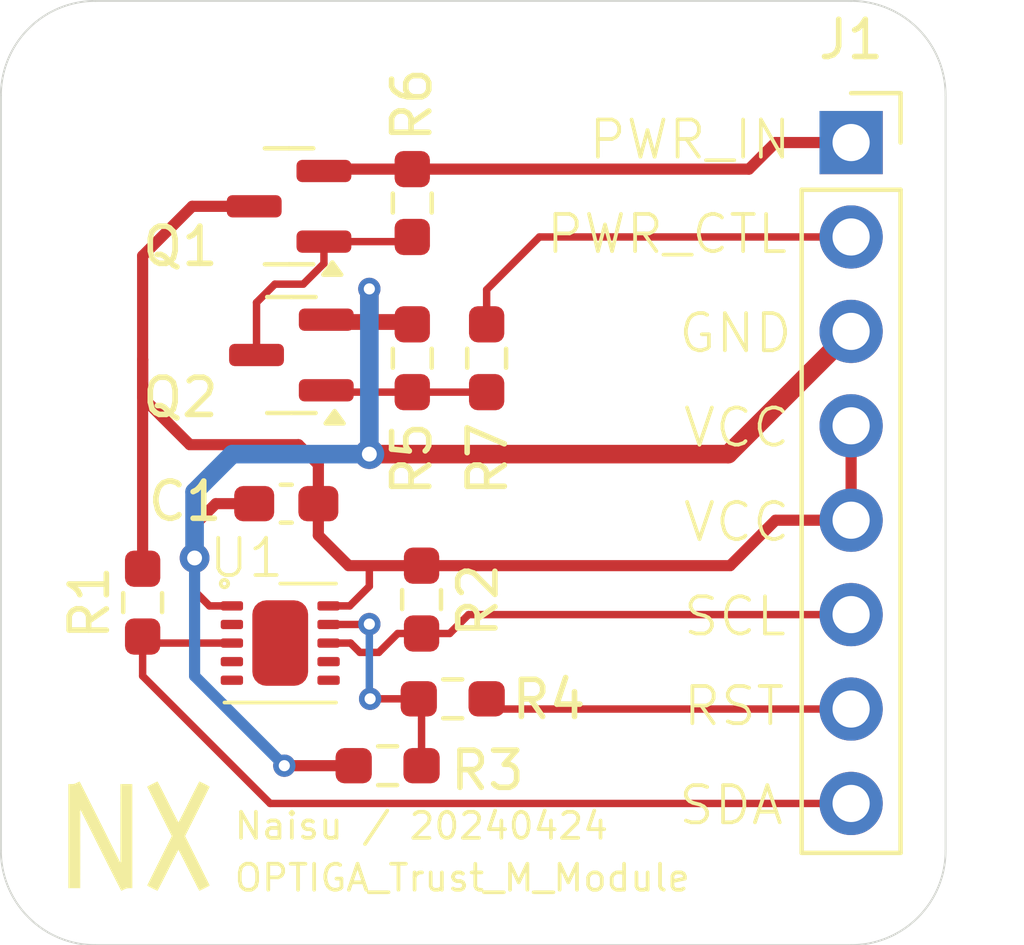
<source format=kicad_pcb>
(kicad_pcb (version 20240108) (generator "pcbnew") (generator_version "8.0")
  (layers (0 "F.Cu" signal) (31 "B.Cu" signal) (34 "B.Paste" user) (35 "F.Paste" user) (36 "B.SilkS" user "B.Silkscreen") (37 "F.SilkS" user "F.Silkscreen") (38 "B.Mask" user) (39 "F.Mask" user) (44 "Edge.Cuts" user))
  (net 0 "")
  (net 1 "GND")
  (net 2 "VCC")
  (net 3 "/PWR_IN")
  (net 4 "/PWR_CTL")
  (net 5 "/RST")
  (net 6 "/SCL")
  (net 7 "/SDA")
  (net 8 "Net-(Q1-G)")
  (net 9 "Net-(Q2-G)")
  (net 10 "Net-(U1-RST)")
  (footprint "0_ungrouped:USON-10-1EP_3x3mm_P0.5mm_EP1.5x2.3mm" (layer "F.Cu") (at 137.05 97.285)
    (property "Reference" "U1" (at -0.906 -2.289 0) (layer "F.SilkS") (effects (font (thickness 0.1))))
    (property "Value" "SLS32AIA")
    (fp_line (start 0 -1.6) (end 1.5 -1.6) (stroke (width 0.1)) (layer "F.SilkS"))
    (fp_line (start 1.5 1.6) (end -1.5 1.6) (stroke (width 0.1)) (layer "F.SilkS"))
    (fp_circle (center -1.5 -1.6) (end -1.5 -1.5) (stroke (width 0.1)) (fill none) (layer "F.SilkS"))
    (pad "1" smd roundrect (at -1.3 -1) (size 0.6 0.25) (layers "F.Cu" "F.Paste" "F.Mask") (net 1 "GND"))
    (pad "2" smd roundrect (at -1.3 -0.5) (size 0.6 0.25) (layers "F.Cu" "F.Paste" "F.Mask"))
    (pad "3" smd roundrect (at -1.3 0) (size 0.6 0.25) (layers "F.Cu" "F.Paste" "F.Mask") (net 7 "/SDA"))
    (pad "4" smd roundrect (at -1.3 0.5) (size 0.6 0.25) (layers "F.Cu" "F.Paste" "F.Mask"))
    (pad "5" smd roundrect (at -1.3 1) (size 0.6 0.25) (layers "F.Cu" "F.Paste" "F.Mask"))
    (pad "6" smd roundrect (at 1.3 1) (size 0.6 0.25) (layers "F.Cu" "F.Paste" "F.Mask"))
    (pad "7" smd roundrect (at 1.3 0.5) (size 0.6 0.25) (layers "F.Cu" "F.Paste" "F.Mask"))
    (pad "8" smd roundrect (at 1.3 0) (size 0.6 0.25) (layers "F.Cu" "F.Paste" "F.Mask") (net 6 "/SCL"))
    (pad "9" smd roundrect (at 1.3 -0.5) (size 0.6 0.25) (layers "F.Cu" "F.Paste" "F.Mask") (net 10 "Net-(U1-RST)"))
    (pad "10" smd roundrect (at 1.3 -1) (size 0.6 0.25) (layers "F.Cu" "F.Paste" "F.Mask") (net 2 "VCC"))
    (pad "11" smd roundrect (at 0 0) (size 1.5 2.3) (layers "F.Cu" "F.Paste" "F.Mask"))
  )
  (footprint "Resistor_SMD:R_0603_1608Metric_Pad0.98x0.95mm_HandSolder" (layer "F.Cu") (at 140.85 96.1155 90)
    (property "Reference" "R2" (at -0.0235 1.517 -90) (layer "F.SilkS"))
    (property "Value" "10K")
    (fp_line (start -0.254724 -0.5225) (end 0.254724 -0.5225) (stroke (width 0.12)) (layer "F.SilkS"))
    (fp_line (start -0.254724 0.5225) (end 0.254724 0.5225) (stroke (width 0.12)) (layer "F.SilkS"))
    (pad "1" smd roundrect (at -0.9125 0 90) (size 0.975 0.95) (layers "F.Cu" "F.Paste" "F.Mask") (net 6 "/SCL"))
    (pad "2" smd roundrect (at 0.9125 0 90) (size 0.975 0.95) (layers "F.Cu" "F.Paste" "F.Mask") (net 2 "VCC"))
  )
  (footprint "Resistor_SMD:R_0603_1608Metric_Pad0.98x0.95mm_HandSolder" (layer "F.Cu") (at 142.6 89.6225 90)
    (property "Reference" "R7" (at -2.7065 0.021 -90) (layer "F.SilkS"))
    (property "Value" "100R")
    (fp_line (start -0.254724 -0.5225) (end 0.254724 -0.5225) (stroke (width 0.12)) (layer "F.SilkS"))
    (fp_line (start -0.254724 0.5225) (end 0.254724 0.5225) (stroke (width 0.12)) (layer "F.SilkS"))
    (pad "1" smd roundrect (at -0.9125 0 90) (size 0.975 0.95) (layers "F.Cu" "F.Paste" "F.Mask") (net 9 "Net-(Q2-G)"))
    (pad "2" smd roundrect (at 0.9125 0 90) (size 0.975 0.95) (layers "F.Cu" "F.Paste" "F.Mask") (net 4 "/PWR_CTL"))
  )
  (footprint "Resistor_SMD:R_0603_1608Metric_Pad0.98x0.95mm_HandSolder" (layer "F.Cu") (at 140.6 89.6225 90)
    (property "Reference" "R5" (at -2.7065 -0.011 -90) (layer "F.SilkS"))
    (property "Value" "10K")
    (fp_line (start -0.254724 -0.5225) (end 0.254724 -0.5225) (stroke (width 0.12)) (layer "F.SilkS"))
    (fp_line (start -0.254724 0.5225) (end 0.254724 0.5225) (stroke (width 0.12)) (layer "F.SilkS"))
    (pad "1" smd roundrect (at -0.9125 0 90) (size 0.975 0.95) (layers "F.Cu" "F.Paste" "F.Mask") (net 9 "Net-(Q2-G)"))
    (pad "2" smd roundrect (at 0.9125 0 90) (size 0.975 0.95) (layers "F.Cu" "F.Paste" "F.Mask") (net 1 "GND"))
  )
  (footprint "Package_TO_SOT_SMD:SOT-23" (layer "F.Cu") (at 137.2875 85.535 180)
    (property "Reference" "Q1" (at 2.9215 -1.079 180) (layer "F.SilkS"))
    (property "Value" "PMOS")
    (fp_line (start 0 1.56) (end 0.65 1.56) (stroke (width 0.12)) (layer "F.SilkS"))
    (fp_line (start 0 1.56) (end -0.65 1.56) (stroke (width 0.12)) (layer "F.SilkS"))
    (fp_line (start 0 -1.56) (end 0.65 -1.56) (stroke (width 0.12)) (layer "F.SilkS"))
    (fp_line (start 0 -1.56) (end -0.65 -1.56) (stroke (width 0.12)) (layer "F.SilkS"))
    (fp_poly (pts (xy -1.1625 -1.51) (xy -1.4025 -1.84) (xy -0.9225 -1.84) (xy -1.1625 -1.51)) (stroke (width 0.12)) (fill solid) (layer "F.SilkS"))
    (pad "1" smd roundrect (at -0.9375 -0.95 180) (size 1.475 0.6) (layers "F.Cu" "F.Paste" "F.Mask") (net 8 "Net-(Q1-G)"))
    (pad "2" smd roundrect (at -0.9375 0.95 180) (size 1.475 0.6) (layers "F.Cu" "F.Paste" "F.Mask") (net 3 "/PWR_IN"))
    (pad "3" smd roundrect (at 0.9375 0 180) (size 1.475 0.6) (layers "F.Cu" "F.Paste" "F.Mask") (net 2 "VCC"))
  )
  (footprint "Resistor_SMD:R_0603_1608Metric_Pad0.98x0.95mm_HandSolder" (layer "F.Cu") (at 140.6 85.4475 90)
    (property "Reference" "R6" (at 2.6435 -0.011 -90) (layer "F.SilkS"))
    (property "Value" "10K")
    (fp_line (start -0.254724 -0.5225) (end 0.254724 -0.5225) (stroke (width 0.12)) (layer "F.SilkS"))
    (fp_line (start -0.254724 0.5225) (end 0.254724 0.5225) (stroke (width 0.12)) (layer "F.SilkS"))
    (pad "1" smd roundrect (at -0.9125 0 90) (size 0.975 0.95) (layers "F.Cu" "F.Paste" "F.Mask") (net 8 "Net-(Q1-G)"))
    (pad "2" smd roundrect (at 0.9125 0 90) (size 0.975 0.95) (layers "F.Cu" "F.Paste" "F.Mask") (net 3 "/PWR_IN"))
  )
  (footprint "Capacitor_SMD:C_0603_1608Metric_Pad1.08x0.95mm_HandSolder" (layer "F.Cu") (at 137.2125 93.535)
    (property "Reference" "C1" (at -2.7195 -0.063 0) (layer "F.SilkS"))
    (property "Value" "100nF")
    (fp_line (start -0.146267 -0.51) (end 0.146267 -0.51) (stroke (width 0.12)) (layer "F.SilkS"))
    (fp_line (start -0.146267 0.51) (end 0.146267 0.51) (stroke (width 0.12)) (layer "F.SilkS"))
    (pad "1" smd roundrect (at -0.8625 0) (size 1.075 0.95) (layers "F.Cu" "F.Paste" "F.Mask") (net 1 "GND"))
    (pad "2" smd roundrect (at 0.8625 0) (size 1.075 0.95) (layers "F.Cu" "F.Paste" "F.Mask") (net 2 "VCC"))
  )
  (footprint "Connector_PinSocket_2.54mm:PinSocket_1x08_P2.54mm_Vertical" (layer "F.Cu") (at 152.4 83.82)
    (property "Reference" "J1" (at 0 -2.77 0) (layer "F.SilkS"))
    (property "Value" "Conn_01x08")
    (fp_line (start -1.33 1.27) (end -1.33 19.11) (stroke (width 0.12)) (layer "F.SilkS"))
    (fp_line (start -1.33 1.27) (end 1.33 1.27) (stroke (width 0.12)) (layer "F.SilkS"))
    (fp_line (start -1.33 19.11) (end 1.33 19.11) (stroke (width 0.12)) (layer "F.SilkS"))
    (fp_line (start 0 -1.33) (end 1.33 -1.33) (stroke (width 0.12)) (layer "F.SilkS"))
    (fp_line (start 1.33 -1.33) (end 1.33 0) (stroke (width 0.12)) (layer "F.SilkS"))
    (fp_line (start 1.33 1.27) (end 1.33 19.11) (stroke (width 0.12)) (layer "F.SilkS"))
    (pad "1" thru_hole rect (at 0 0) (size 1.7 1.7) (drill 1) (layers "*.Cu" "*.Mask") (net 3 "/PWR_IN"))
    (pad "2" thru_hole oval (at 0 2.54) (size 1.7 1.7) (drill 1) (layers "*.Cu" "*.Mask") (net 4 "/PWR_CTL"))
    (pad "3" thru_hole oval (at 0 5.08) (size 1.7 1.7) (drill 1) (layers "*.Cu" "*.Mask") (net 1 "GND"))
    (pad "4" thru_hole oval (at 0 7.62) (size 1.7 1.7) (drill 1) (layers "*.Cu" "*.Mask") (net 2 "VCC"))
    (pad "5" thru_hole oval (at 0 10.16) (size 1.7 1.7) (drill 1) (layers "*.Cu" "*.Mask") (net 2 "VCC"))
    (pad "6" thru_hole oval (at 0 12.7) (size 1.7 1.7) (drill 1) (layers "*.Cu" "*.Mask") (net 6 "/SCL"))
    (pad "7" thru_hole oval (at 0 15.24) (size 1.7 1.7) (drill 1) (layers "*.Cu" "*.Mask") (net 5 "/RST"))
    (pad "8" thru_hole oval (at 0 17.78) (size 1.7 1.7) (drill 1) (layers "*.Cu" "*.Mask") (net 7 "/SDA"))
  )
  (footprint "Resistor_SMD:R_0603_1608Metric_Pad0.98x0.95mm_HandSolder" (layer "F.Cu") (at 133.35 96.1975 90)
    (property "Reference" "R1" (at 0 -1.43 -90) (layer "F.SilkS"))
    (property "Value" "10K")
    (fp_line (start -0.254724 -0.5225) (end 0.254724 -0.5225) (stroke (width 0.12)) (layer "F.SilkS"))
    (fp_line (start -0.254724 0.5225) (end 0.254724 0.5225) (stroke (width 0.12)) (layer "F.SilkS"))
    (pad "1" smd roundrect (at -0.9125 0 90) (size 0.975 0.95) (layers "F.Cu" "F.Paste" "F.Mask") (net 7 "/SDA"))
    (pad "2" smd roundrect (at 0.9125 0 90) (size 0.975 0.95) (layers "F.Cu" "F.Paste" "F.Mask") (net 2 "VCC"))
  )
  (footprint "0_ungrouped:logo-nx_4.0x3.0mm" (layer "F.Cu") (at 133.223 102.489)
    (property "Reference" "G***" (hide yes))
    (property "Value" "LOGO" (hide yes))
    (fp_poly (pts (xy -1.565071 -1.478724) (xy -1.560318 -1.469554) (xy -1.547163 -1.443579) (xy -1.526153 -1.401889) (xy -1.497834 -1.345573) (xy -1.462753 -1.275719) (xy -1.421455 -1.193417) (xy -1.374487 -1.099756) (xy -1.322395 -0.995826) (xy -1.265724 -0.882716) (xy -1.205023 -0.761514) (xy -1.140836 -0.633309) (xy -1.07371 -0.499192) (xy -1.016647 -0.385151) (xy -0.471103 0.705278) (xy -0.470552 -0.352639) (xy -0.47 -1.410555) (xy -0.15 -1.410555) (xy -0.15 1.390548) (xy -0.22525 1.390548) (xy -0.268017 1.391758) (xy -0.300973 1.396881) (xy -0.333369 1.408153) (xy -0.37 1.425562) (xy -0.403912 1.442174) (xy -0.430901 1.454521) (xy -0.446057 1.460378) (xy -0.447272 1.460575) (xy -0.452644 1.451805) (xy -0.466397 1.426216) (xy -0.487978 1.384894) (xy -0.516839 1.328924) (xy -0.552429 1.259389) (xy -0.594196 1.177374) (xy -0.641592 1.083964) (xy -0.694065 0.980243) (xy -0.751065 0.867296) (xy -0.812041 0.746208) (xy -0.876444 0.618062) (xy -0.943722 0.483944) (xy -1.001964 0.367645) (xy -1.548884 -0.725285) (xy -1.549442 0.332631) (xy -1.55 1.390548) (xy -1.87 1.390548) (xy -1.87 -1.410555) (xy -1.789751 -1.410555) (xy -1.745868 -1.411545) (xy -1.713002 -1.415923) (xy -1.682212 -1.425801) (xy -1.644554 -1.443288) (xy -1.638726 -1.446211) (xy -1.605332 -1.462499) (xy -1.579632 -1.474025) (xy -1.56607 -1.478827)) (fill solid) (layer "F.SilkS"))
    (fp_poly (pts (xy 1.664922 -1.476286) (xy 1.690768 -1.464673) (xy 1.726133 -1.447661) (xy 1.767277 -1.427169) (xy 1.810463 -1.405112) (xy 1.851951 -1.38341) (xy 1.888005 -1.363978) (xy 1.914884 -1.348735) (xy 1.928852 -1.339598) (xy 1.93 -1.338168) (xy 1.925634 -1.328186) (xy 1.913005 -1.301733) (xy 1.89281 -1.260225) (xy 1.86575 -1.205076) (xy 1.832523 -1.137703) (xy 1.793829 -1.059519) (xy 1.750367 -0.971941) (xy 1.702835 -0.876383) (xy 1.651935 -0.774261) (xy 1.599985 -0.670234) (xy 1.26997 -0.010004) (xy 1.599985 0.650226) (xy 1.653487 0.757365) (xy 1.704297 0.859312) (xy 1.751718 0.954654) (xy 1.795049 1.041973) (xy 1.833591 1.119857) (xy 1.866645 1.186888) (xy 1.893512 1.241652) (xy 1.913492 1.282735) (xy 1.925886 1.308719) (xy 1.93 1.318161) (xy 1.921621 1.324618) (xy 1.898979 1.337875) (xy 1.865812 1.356013) (xy 1.825857 1.377116) (xy 1.782854 1.399265) (xy 1.74054 1.420545) (xy 1.702654 1.439036) (xy 1.672934 1.452823) (xy 1.655119 1.459987) (xy 1.652332 1.460575) (xy 1.646659 1.451871) (xy 1.632875 1.426778) (xy 1.611764 1.386827) (xy 1.584112 1.33355) (xy 1.550705 1.268476) (xy 1.512328 1.193136) (xy 1.469766 1.109061) (xy 1.423805 1.017782) (xy 1.375231 0.920828) (xy 1.37 0.910359) (xy 1.321241 0.812915) (xy 1.275083 0.720982) (xy 1.232302 0.63609) (xy 1.193678 0.559767) (xy 1.159988 0.493543) (xy 1.132012 0.43895) (xy 1.110528 0.397516) (xy 1.096315 0.37077) (xy 1.09015 0.360244) (xy 1.09 0.360142) (xy 1.084742 0.368843) (xy 1.071352 0.393927) (xy 1.050608 0.433864) (xy 1.023289 0.487123) (xy 0.990173 0.552176) (xy 0.95204 0.627491) (xy 0.909666 0.711541) (xy 0.863832 0.802794) (xy 0.815314 0.899721) (xy 0.81 0.910359) (xy 0.761149 1.007822) (xy 0.714753 1.099753) (xy 0.671604 1.184624) (xy 0.632496 1.260904) (xy 0.598221 1.327064) (xy 0.569572 1.381575) (xy 0.547342 1.422906) (xy 0.532324 1.449528) (xy 0.52531 1.459912) (xy 0.525072 1.459998) (xy 0.512998 1.455497) (xy 0.486528 1.443497) (xy 0.449073 1.425609) (xy 0.404044 1.403444) (xy 0.3825 1.392645) (xy 0.336039 1.368739) (xy 0.296697 1.347558) (xy 0.267601 1.33086) (xy 0.251879 1.320404) (xy 0.25 1.318163) (xy 0.254365 1.308181) (xy 0.266994 1.281728) (xy 0.287189 1.240219) (xy 0.314249 1.18507) (xy 0.347476 1.117696) (xy 0.38617 1.039512) (xy 0.429633 0.951933) (xy 0.477164 0.856376) (xy 0.528065 0.754254) (xy 0.580014 0.650226) (xy 0.910029 -0.010004) (xy 0.580014 -0.670234) (xy 0.526512 -0.777372) (xy 0.475702 -0.87932) (xy 0.428281 -0.974661) (xy 0.38495 -1.061981) (xy 0.346408 -1.139864) (xy 0.313354 -1.206895) (xy 0.286487 -1.26166) (xy 0.266507 -1.302742) (xy 0.254113 -1.328726) (xy 0.25 -1.338168) (xy 0.258378 -1.344626) (xy 0.28102 -1.357882) (xy 0.314187 -1.37602) (xy 0.354142 -1.397123) (xy 0.397145 -1.419273) (xy 0.439459 -1.440552) (xy 0.477345 -1.459044) (xy 0.507065 -1.47283) (xy 0.52488 -1.479994) (xy 0.527667 -1.480583) (xy 0.53334 -1.471878) (xy 0.547124 -1.446785) (xy 0.568235 -1.406835) (xy 0.595887 -1.353557) (xy 0.629294 -1.288483) (xy 0.667671 -1.213143) (xy 0.710233 -1.129068) (xy 0.756194 -1.037789) (xy 0.804768 -0.940836) (xy 0.81 -0.930366) (xy 0.858758 -0.832923) (xy 0.904916 -0.74099) (xy 0.947697 -0.656097) (xy 0.986321 -0.579774) (xy 1.020011 -0.513551) (xy 1.047987 -0.458957) (xy 1.069471 -0.417523) (xy 1.083684 -0.390778) (xy 1.089849 -0.380251) (xy 1.09 -0.380149) (xy 1.095257 -0.388851) (xy 1.108647 -0.413934) (xy 1.129391 -0.453871) (xy 1.15671 -0.50713) (xy 1.189826 -0.572183) (xy 1.227959 -0.647499) (xy 1.270333 -0.731548) (xy 1.316167 -0.822801) (xy 1.364685 -0.919728) (xy 1.37 -0.930366) (xy 1.418803 -1.027827) (xy 1.465076 -1.119776) (xy 1.508033 -1.204681) (xy 1.546887 -1.281012) (xy 1.580854 -1.347238) (xy 1.609149 -1.401829) (xy 1.630985 -1.443254) (xy 1.645577 -1.469983) (xy 1.652141 -1.480484) (xy 1.652332 -1.480583)) (fill solid) (layer "F.SilkS"))
  )
  (footprint "Resistor_SMD:R_0603_1608Metric_Pad0.98x0.95mm_HandSolder" (layer "F.Cu") (at 139.9375 100.584 180)
    (property "Reference" "R3" (at -2.6835 -0.127 180) (layer "F.SilkS"))
    (property "Value" "10K")
    (fp_line (start -0.254724 0.5225) (end 0.254724 0.5225) (stroke (width 0.12)) (layer "F.SilkS"))
    (fp_line (start -0.254724 -0.5225) (end 0.254724 -0.5225) (stroke (width 0.12)) (layer "F.SilkS"))
    (pad "1" smd roundrect (at -0.9125 0 180) (size 0.975 0.95) (layers "F.Cu" "F.Paste" "F.Mask") (net 10 "Net-(U1-RST)"))
    (pad "2" smd roundrect (at 0.9125 0 180) (size 0.975 0.95) (layers "F.Cu" "F.Paste" "F.Mask") (net 1 "GND"))
  )
  (footprint "Package_TO_SOT_SMD:SOT-23" (layer "F.Cu") (at 137.35 89.535 180)
    (property "Reference" "Q2" (at 2.984 -1.143 180) (layer "F.SilkS"))
    (property "Value" "NMOS")
    (fp_line (start 0 1.56) (end 0.65 1.56) (stroke (width 0.12)) (layer "F.SilkS"))
    (fp_line (start 0 1.56) (end -0.65 1.56) (stroke (width 0.12)) (layer "F.SilkS"))
    (fp_line (start 0 -1.56) (end 0.65 -1.56) (stroke (width 0.12)) (layer "F.SilkS"))
    (fp_line (start 0 -1.56) (end -0.65 -1.56) (stroke (width 0.12)) (layer "F.SilkS"))
    (fp_poly (pts (xy -1.1625 -1.51) (xy -1.4025 -1.84) (xy -0.9225 -1.84) (xy -1.1625 -1.51)) (stroke (width 0.12)) (fill solid) (layer "F.SilkS"))
    (pad "1" smd roundrect (at -0.9375 -0.95 180) (size 1.475 0.6) (layers "F.Cu" "F.Paste" "F.Mask") (net 9 "Net-(Q2-G)"))
    (pad "2" smd roundrect (at -0.9375 0.95 180) (size 1.475 0.6) (layers "F.Cu" "F.Paste" "F.Mask") (net 1 "GND"))
    (pad "3" smd roundrect (at 0.9375 0 180) (size 1.475 0.6) (layers "F.Cu" "F.Paste" "F.Mask") (net 8 "Net-(Q1-G)"))
  )
  (footprint "Resistor_SMD:R_0603_1608Metric_Pad0.98x0.95mm_HandSolder" (layer "F.Cu") (at 141.6875 98.785)
    (property "Reference" "R4" (at 2.5845 0.021 0) (layer "F.SilkS"))
    (property "Value" "100R")
    (fp_line (start -0.254724 -0.5225) (end 0.254724 -0.5225) (stroke (width 0.12)) (layer "F.SilkS"))
    (fp_line (start -0.254724 0.5225) (end 0.254724 0.5225) (stroke (width 0.12)) (layer "F.SilkS"))
    (pad "1" smd roundrect (at -0.9125 0) (size 0.975 0.95) (layers "F.Cu" "F.Paste" "F.Mask") (net 10 "Net-(U1-RST)"))
    (pad "2" smd roundrect (at 0.9125 0) (size 0.975 0.95) (layers "F.Cu" "F.Paste" "F.Mask") (net 5 "/RST"))
  )
  (gr_arc (start 132.08 105.41) (mid 130.283949 104.666051) (end 129.54 102.87) (stroke (width 0.05)) (layer "Edge.Cuts"))
  (gr_line (start 129.54 82.55) (end 129.54 102.87) (stroke (width 0.05)) (layer "Edge.Cuts"))
  (gr_line (start 132.08 105.41) (end 152.4 105.41) (stroke (width 0.05)) (layer "Edge.Cuts"))
  (gr_arc (start 154.94 102.87) (mid 154.196051 104.666051) (end 152.4 105.41) (stroke (width 0.05)) (layer "Edge.Cuts"))
  (gr_line (start 154.94 102.87) (end 154.94 82.55) (stroke (width 0.05)) (layer "Edge.Cuts"))
  (gr_line (start 152.4 80.01) (end 132.08 80.01) (stroke (width 0.05)) (layer "Edge.Cuts"))
  (gr_arc (start 129.54 82.55) (mid 130.283949 80.753949) (end 132.08 80.01) (stroke (width 0.05)) (layer "Edge.Cuts"))
  (gr_arc (start 152.4 80.01) (mid 154.196051 80.753949) (end 154.94 82.55) (stroke (width 0.05)) (layer "Edge.Cuts"))
  (gr_text "GND" (at 147.701 89.535 0) (layer "F.SilkS") (effects (font (size 1 1) (thickness 0.1)) (justify left bottom)))
  (gr_text "PWR_CTL" (at 144.145 86.868 0) (layer "F.SilkS") (effects (font (size 1 1) (thickness 0.1)) (justify left bottom)))
  (gr_text "SDA" (at 147.701 102.235 0) (layer "F.SilkS") (effects (font (size 1 1) (thickness 0.1)) (justify left bottom)))
  (gr_text "VCC" (at 147.828 94.615 0) (layer "F.SilkS") (effects (font (size 1 1) (thickness 0.1)) (justify left bottom)))
  (gr_text "PWR_IN" (at 145.288 84.328 0) (layer "F.SilkS") (effects (font (size 1 1) (thickness 0.1)) (justify left bottom)))
  (gr_text "VCC" (at 147.828 92.075 0) (layer "F.SilkS") (effects (font (size 1 1) (thickness 0.1)) (justify left bottom)))
  (gr_text "SCL" (at 147.828 97.155 0) (layer "F.SilkS") (effects (font (size 1 1) (thickness 0.1)) (justify left bottom)))
  (gr_text "RST" (at 147.828 99.568 0) (layer "F.SilkS") (effects (font (size 1 1) (thickness 0.1)) (justify left bottom)))
  (gr_text "OPTIGA_Trust_M_Module" (at 135.763 104.013 0) (layer "F.SilkS") (effects (font (size 0.7 0.7) (thickness 0.1)) (justify left bottom)))
  (gr_text "Naisu / 20240424" (at 135.763 102.616 0) (layer "F.SilkS") (effects (font (size 0.7 0.7) (thickness 0.1)) (justify left bottom)))
  (segment (start 134.747 94.107) (end 134.747 94.996) (width 0.3) (layer "F.Cu") (net 1))
  (segment (start 140.475 88.585) (end 140.6 88.71) (width 0.3) (layer "F.Cu") (net 1))
  (segment (start 135.147 96.285) (end 134.747 95.885) (width 0.2) (layer "F.Cu") (net 1))
  (segment (start 139.446 87.757) (end 139.446 88.585) (width 0.5) (layer "F.Cu") (net 1))
  (segment (start 136.35 93.535) (end 135.319 93.535) (width 0.3) (layer "F.Cu") (net 1))
  (segment (start 140.6 88.71) (end 138.4125 88.71) (width 0.3) (layer "F.Cu") (net 1))
  (segment (start 138.4125 88.71) (end 138.2875 88.585) (width 0.3) (layer "F.Cu") (net 1))
  (segment (start 152.4 88.9) (end 149.098 92.202) (width 0.5) (layer "F.Cu") (net 1))
  (segment (start 137.16 100.584) (end 139.025 100.584) (width 0.3) (layer "F.Cu") (net 1))
  (segment (start 138.2875 88.585) (end 139.446 88.585) (width 0.3) (layer "F.Cu") (net 1))
  (segment (start 135.75 96.285) (end 135.147 96.285) (width 0.2) (layer "F.Cu") (net 1))
  (segment (start 139.446 88.585) (end 140.475 88.585) (width 0.3) (layer "F.Cu") (net 1))
  (segment (start 149.098 92.202) (end 139.446 92.202) (width 0.5) (layer "F.Cu") (net 1))
  (segment (start 135.319 93.535) (end 134.747 94.107) (width 0.3) (layer "F.Cu") (net 1))
  (segment (start 134.747 95.885) (end 134.747 94.996) (width 0.2) (layer "F.Cu") (net 1))
  (via (at 134.747 94.996) (size 0.8) (drill 0.4) (layers "F.Cu" "B.Cu") (net 1))
  (via (at 139.446 87.757) (size 0.6) (drill 0.3) (layers "F.Cu" "B.Cu") (net 1))
  (via (at 139.446 92.202) (size 0.8) (drill 0.4) (layers "F.Cu" "B.Cu") (net 1))
  (via (at 137.16 100.584) (size 0.6) (drill 0.3) (layers "F.Cu" "B.Cu") (net 1))
  (segment (start 134.747 98.171) (end 134.747 94.996) (width 0.3) (layer "B.Cu") (net 1))
  (segment (start 135.763 92.202) (end 134.747 93.218) (width 0.5) (layer "B.Cu") (net 1))
  (segment (start 139.446 92.202) (end 139.446 87.757) (width 0.5) (layer "B.Cu") (net 1))
  (segment (start 137.16 100.584) (end 134.747 98.171) (width 0.3) (layer "B.Cu") (net 1))
  (segment (start 134.747 93.218) (end 134.747 94.996) (width 0.5) (layer "B.Cu") (net 1))
  (segment (start 139.446 92.202) (end 135.763 92.202) (width 0.5) (layer "B.Cu") (net 1))
  (segment (start 134.62 91.948) (end 137.541 91.948) (width 0.3) (layer "F.Cu") (net 2))
  (segment (start 133.35 90.678) (end 134.62 91.948) (width 0.3) (layer "F.Cu") (net 2))
  (segment (start 133.35 86.868) (end 133.35 89.662) (width 0.3) (layer "F.Cu") (net 2))
  (segment (start 149.145 95.203) (end 150.368 93.98) (width 0.3) (layer "F.Cu") (net 2))
  (segment (start 138.891 95.203) (end 140.682 95.203) (width 0.3) (layer "F.Cu") (net 2))
  (segment (start 136.35 85.535) (end 134.683 85.535) (width 0.3) (layer "F.Cu") (net 2))
  (segment (start 134.683 85.535) (end 133.35 86.868) (width 0.3) (layer "F.Cu") (net 2))
  (segment (start 138.35 96.285) (end 138.919 96.285) (width 0.2) (layer "F.Cu") (net 2))
  (segment (start 133.35 89.662) (end 133.35 95.285) (width 0.3) (layer "F.Cu") (net 2))
  (segment (start 140.682 95.203) (end 149.145 95.203) (width 0.3) (layer "F.Cu") (net 2))
  (segment (start 138.075 94.387) (end 138.891 95.203) (width 0.3) (layer "F.Cu") (net 2))
  (segment (start 138.075 93.535) (end 138.075 94.387) (width 0.3) (layer "F.Cu") (net 2))
  (segment (start 138.075 92.482) (end 138.075 93.535) (width 0.3) (layer "F.Cu") (net 2))
  (segment (start 138.919 96.285) (end 139.446 95.758) (width 0.2) (layer "F.Cu") (net 2))
  (segment (start 139.446 95.758) (end 139.446 95.203) (width 0.2) (layer "F.Cu") (net 2))
  (segment (start 137.541 91.948) (end 138.075 92.482) (width 0.3) (layer "F.Cu") (net 2))
  (segment (start 152.4 91.44) (end 152.4 93.98) (width 0.3) (layer "F.Cu") (net 2))
  (segment (start 133.35 89.662) (end 133.35 90.678) (width 0.3) (layer "F.Cu") (net 2))
  (segment (start 150.368 93.98) (end 152.4 93.98) (width 0.3) (layer "F.Cu") (net 2))
  (segment (start 138.275 84.535) (end 138.225 84.585) (width 0.3) (layer "F.Cu") (net 3))
  (segment (start 140.6 84.535) (end 138.275 84.535) (width 0.3) (layer "F.Cu") (net 3))
  (segment (start 149.653 84.535) (end 150.368 83.82) (width 0.3) (layer "F.Cu") (net 3))
  (segment (start 140.6 84.535) (end 149.653 84.535) (width 0.3) (layer "F.Cu") (net 3))
  (segment (start 150.368 83.82) (end 152.4 83.82) (width 0.3) (layer "F.Cu") (net 3))
  (segment (start 142.6 87.778) (end 142.6 88.71) (width 0.2) (layer "F.Cu") (net 4))
  (segment (start 144.018 86.36) (end 142.6 87.778) (width 0.2) (layer "F.Cu") (net 4))
  (segment (start 152.4 86.36) (end 144.018 86.36) (width 0.2) (layer "F.Cu") (net 4))
  (segment (start 142.875 99.06) (end 142.6 98.785) (width 0.2) (layer "F.Cu") (net 5))
  (segment (start 152.4 99.06) (end 142.875 99.06) (width 0.2) (layer "F.Cu") (net 5))
  (segment (start 138.35 97.285) (end 138.941 97.285) (width 0.2) (layer "F.Cu") (net 6))
  (segment (start 142.113 96.52) (end 152.4 96.52) (width 0.2) (layer "F.Cu") (net 6))
  (segment (start 141.605 97.028) (end 142.113 96.52) (width 0.2) (layer "F.Cu") (net 6))
  (segment (start 139.192 97.536) (end 139.7 97.536) (width 0.2) (layer "F.Cu") (net 6))
  (segment (start 138.941 97.285) (end 139.192 97.536) (width 0.2) (layer "F.Cu") (net 6))
  (segment (start 139.7 97.536) (end 140.208 97.028) (width 0.2) (layer "F.Cu") (net 6))
  (segment (start 140.208 97.028) (end 140.85 97.028) (width 0.2) (layer "F.Cu") (net 6))
  (segment (start 140.85 97.028) (end 141.605 97.028) (width 0.2) (layer "F.Cu") (net 6))
  (segment (start 152.4 101.6) (end 136.779 101.6) (width 0.2) (layer "F.Cu") (net 7))
  (segment (start 133.35 98.171) (end 133.35 97.11) (width 0.2) (layer "F.Cu") (net 7))
  (segment (start 136.779 101.6) (end 133.35 98.171) (width 0.2) (layer "F.Cu") (net 7))
  (segment (start 133.525 97.285) (end 133.35 97.11) (width 0.2) (layer "F.Cu") (net 7))
  (segment (start 135.75 97.285) (end 133.525 97.285) (width 0.2) (layer "F.Cu") (net 7))
  (segment (start 136.4125 88.1235) (end 136.906 87.63) (width 0.2) (layer "F.Cu") (net 8))
  (segment (start 137.668 87.63) (end 138.225 87.073) (width 0.2) (layer "F.Cu") (net 8))
  (segment (start 140.475 86.485) (end 140.6 86.36) (width 0.2) (layer "F.Cu") (net 8))
  (segment (start 136.906 87.63) (end 137.668 87.63) (width 0.2) (layer "F.Cu") (net 8))
  (segment (start 136.4125 89.535) (end 136.4125 88.1235) (width 0.2) (layer "F.Cu") (net 8))
  (segment (start 138.225 87.073) (end 138.225 86.485) (width 0.2) (layer "F.Cu") (net 8))
  (segment (start 138.225 86.485) (end 140.475 86.485) (width 0.2) (layer "F.Cu") (net 8))
  (segment (start 142.6 90.535) (end 140.6 90.535) (width 0.2) (layer "F.Cu") (net 9))
  (segment (start 140.6 90.535) (end 138.3375 90.535) (width 0.2) (layer "F.Cu") (net 9))
  (segment (start 138.3375 90.535) (end 138.2875 90.485) (width 0.2) (layer "F.Cu") (net 9))
  (segment (start 139.446 96.774) (end 139.435 96.785) (width 0.2) (layer "F.Cu") (net 10))
  (segment (start 140.775 98.785) (end 139.467 98.785) (width 0.2) (layer "F.Cu") (net 10))
  (segment (start 140.85 100.584) (end 140.85 98.86) (width 0.2) (layer "F.Cu") (net 10))
  (segment (start 139.446 98.806) (end 139.467 98.785) (width 0.2) (layer "F.Cu") (net 10))
  (segment (start 140.85 98.86) (end 140.775 98.785) (width 0.2) (layer "F.Cu") (net 10))
  (segment (start 139.435 96.785) (end 138.35 96.785) (width 0.2) (layer "F.Cu") (net 10))
  (via (at 139.467 98.785) (size 0.6) (drill 0.3) (layers "F.Cu" "B.Cu") (net 10))
  (via (at 139.446 96.774) (size 0.6) (drill 0.3) (layers "F.Cu" "B.Cu") (net 10))
  (segment (start 139.446 96.774) (end 139.446 98.764) (width 0.2) (layer "B.Cu") (net 10))
  (segment (start 139.446 98.764) (end 139.467 98.785) (width 0.2) (layer "B.Cu") (net 10))
)
</source>
